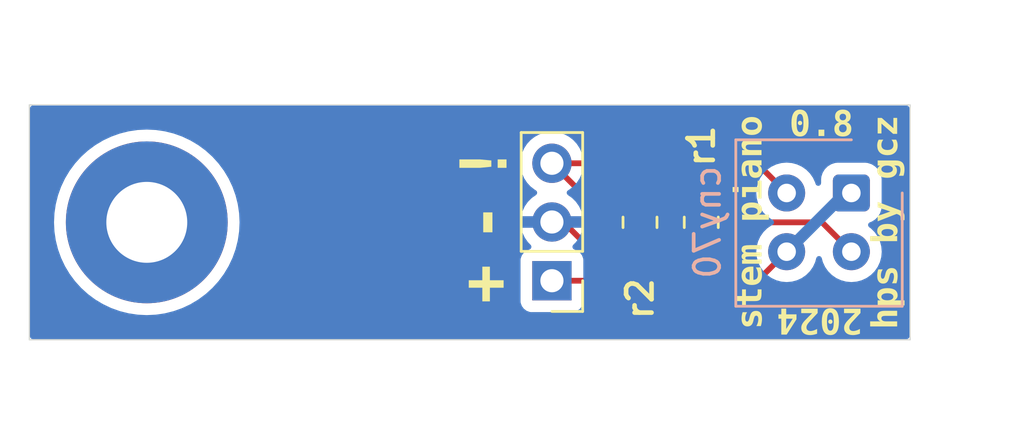
<source format=kicad_pcb>
(kicad_pcb (version 20221018) (generator pcbnew)
  (layers (0 "F.Cu" signal) (31 "B.Cu" signal) (34 "B.Paste" user) (35 "F.Paste" user) (36 "B.SilkS" user "B.Silkscreen") (37 "F.SilkS" user "F.Silkscreen") (38 "B.Mask" user) (39 "F.Mask" user) (44 "Edge.Cuts" user))
  (net 0 "")
  (net 1 "GND")
  (net 2 "Net-(J0-Pin_1)")
  (net 3 "Net-(J0-Pin_3)")
  (net 4 "Net-(U1-K)")
  (footprint "Connector_PinHeader_2.54mm:PinHeader_1x03_P2.54mm_Vertical" (layer "F.Cu") (at 122.936 100.315 180)
    (fp_text reference "J0" hide)
    (fp_text value "Conn_01x03_Pin")
    (fp_line (start -1.33 -1.33) (end 0 -1.33) (stroke (width 0.12)) (layer "F.SilkS"))
    (fp_line (start -1.33 0) (end -1.33 -1.33) (stroke (width 0.12)) (layer "F.SilkS"))
    (fp_line (start -1.33 1.27) (end -1.33 6.41) (stroke (width 0.12)) (layer "F.SilkS"))
    (fp_line (start -1.33 1.27) (end 1.33 1.27) (stroke (width 0.12)) (layer "F.SilkS"))
    (fp_line (start -1.33 6.41) (end 1.33 6.41) (stroke (width 0.12)) (layer "F.SilkS"))
    (fp_line (start 1.33 1.27) (end 1.33 6.41) (stroke (width 0.12)) (layer "F.SilkS"))
    (pad "1" thru_hole rect (at 0 0 180) (size 1.7 1.7) (drill 1) (layers "*.Cu" "*.Mask") (net 2 "Net-(J0-Pin_1)"))
    (pad "2" thru_hole oval (at 0 2.54 180) (size 1.7 1.7) (drill 1) (layers "*.Cu" "*.Mask") (net 1 "GND"))
    (pad "3" thru_hole oval (at 0 5.08 180) (size 1.7 1.7) (drill 1) (layers "*.Cu" "*.Mask") (net 3 "Net-(J0-Pin_3)"))
  )
  (footprint "MountingHole:MountingHole_3.5mm_Pad_TopBottom" (layer "F.Cu") (at 105.41 97.79)
    (fp_text reference "H0" hide)
    (fp_text value "MountingHole" hide)
    (pad "1" thru_hole circle (at 0 0) (size 3.9 3.9) (drill 3.5) (layers "*.Cu" "*.Mask"))
    (pad "1" connect circle (at 0 0) (size 7 7) (layers "F.Cu" "F.Mask"))
    (pad "1" connect circle (at 0 0) (size 7 7) (layers "B.Cu" "B.Mask"))
  )
  (footprint "stem_piano_footprints:R_0805_2012_1.20x1.40mm_medpad" (layer "F.Cu") (at 126.746 97.79 -90)
    (fp_text reference "r2" (at 3.302 0 90) (layer "F.SilkS") (effects (font (size 1.1 1.1) (thickness 0.2) bold)))
    (fp_text value "Resistor" hide)
    (fp_line (start -0.227064 -0.735) (end 0.227064 -0.735) (stroke (width 0.12)) (layer "F.SilkS"))
    (fp_line (start -0.227064 0.735) (end 0.227064 0.735) (stroke (width 0.12)) (layer "F.SilkS"))
    (pad "1" smd roundrect (at -1.2 0 270) (size 1.5 1.35) (layers "F.Cu" "F.Paste" "F.Mask") (roundrect_rratio 0.208) (net 3 "Net-(J0-Pin_3)"))
    (pad "2" smd roundrect (at 1.2 0 270) (size 1.5 1.35) (layers "F.Cu" "F.Paste" "F.Mask") (roundrect_rratio 0.208) (net 1 "GND"))
  )
  (footprint "stem_piano_footprints:R_0805_2012_1.20x1.40mm_medpad" (layer "F.Cu") (at 129.396 97.79 -90)
    (fp_text reference "r1" (at -3.302 0 90) (layer "F.SilkS") (effects (font (size 1.1 1.1) (thickness 0.2) bold)))
    (fp_text value "Resistor" hide)
    (fp_line (start -0.227064 -0.735) (end 0.227064 -0.735) (stroke (width 0.12)) (layer "F.SilkS"))
    (fp_line (start -0.227064 0.735) (end 0.227064 0.735) (stroke (width 0.12)) (layer "F.SilkS"))
    (pad "1" smd roundrect (at -1.2 0 270) (size 1.5 1.35) (layers "F.Cu" "F.Paste" "F.Mask") (roundrect_rratio 0.208) (net 4 "Net-(U1-K)"))
    (pad "2" smd roundrect (at 1.2 0 270) (size 1.5 1.35) (layers "F.Cu" "F.Paste" "F.Mask") (roundrect_rratio 0.208) (net 1 "GND"))
  )
  (footprint "OptoDevice:Vishay_CNY70" (layer "B.Cu") (at 135.89 96.52 180)
    (fp_text reference "U1" hide)
    (fp_text value "cny70" (at 6.223 -1.27 270) (layer "B.SilkS") (effects (font (size 1.1 1.1) (thickness 0.16) bold) (justify mirror)))
    (fp_line (start -2.2 -4.9) (end 5 -4.9) (stroke (width 0.12)) (layer "B.SilkS"))
    (fp_line (start -2.2 0) (end -2.2 -4.9) (stroke (width 0.12)) (layer "B.SilkS"))
    (fp_line (start 5 -4.9) (end 5 2.3) (stroke (width 0.12)) (layer "B.SilkS"))
    (fp_line (start 5 2.3) (end 0 2.3) (stroke (width 0.12)) (layer "B.SilkS"))
    (pad "1" thru_hole roundrect locked (at 0 0 180) (size 1.6 1.6) (drill 0.8) (layers "*.Cu" "*.Mask") (roundrect_rratio 0.156) (net 2 "Net-(J0-Pin_1)"))
    (pad "2" thru_hole circle locked (at 0 -2.54 180) (size 1.6 1.6) (drill 0.8) (layers "*.Cu" "*.Mask") (net 4 "Net-(U1-K)"))
    (pad "3" thru_hole circle locked (at 2.8 -2.54 180) (size 1.6 1.6) (drill 0.8) (layers "*.Cu" "*.Mask") (net 2 "Net-(J0-Pin_1)"))
    (pad "4" thru_hole circle locked (at 2.8 0 180) (size 1.6 1.6) (drill 0.8) (layers "*.Cu" "*.Mask") (net 3 "Net-(J0-Pin_3)"))
  )
  (gr_line (start 100.33 102.87) (end 138.43 102.87) (stroke (width 0.05)) (layer "Edge.Cuts"))
  (gr_line (start 138.43 92.71) (end 100.33 92.71) (stroke (width 0.05)) (layer "Edge.Cuts"))
  (gr_line (start 100.33 92.71) (end 100.33 102.87) (stroke (width 0.05)) (layer "Edge.Cuts"))
  (gr_line (start 138.43 92.71) (end 138.43 102.87) (stroke (width 0.05)) (layer "Edge.Cuts"))
  (gr_text "0.8" (at 134.5946 93.599) (layer "F.SilkS") (effects (font (size 1.1 1.1) (thickness 0.2) bold)))
  (gr_text "-" (at 120.142 97.79 90) (layer "F.SilkS") (effects (font (size 2 2) (thickness 0.4) bold)))
  (gr_text "!" (at 120.142 95.25 90) (layer "F.SilkS") (effects (font (size 2 2) (thickness 0.4) bold)))
  (gr_text "stem piano" (at 131.5466 97.79 90) (layer "F.SilkS") (effects (font (size 1.1 1.1) (thickness 0.2) bold)))
  (gr_text "2024" (at 134.5184 101.981 180) (layer "F.SilkS") (effects (font (size 1.1 1.1) (thickness 0.2) bold)))
  (gr_text "hps by gcz" (at 137.414 97.79 90) (layer "F.SilkS") (effects (font (size 1.1 1.1) (thickness 0.2) bold)))
  (gr_text "+" (at 120.142 100.457 90) (layer "F.SilkS") (effects (font (size 2 2) (thickness 0.4) bold)))
  (segment (start 129.396 98.99) (end 126.746 98.99) (width 0.25) (layer "F.Cu") (net 1))
  (segment (start 123.429 97.775) (end 122.936 97.775) (width 0.25) (layer "F.Cu") (net 1))
  (segment (start 124.644 98.99) (end 126.746 98.99) (width 0.25) (layer "F.Cu") (net 1))
  (segment (start 124.644 98.99) (end 123.429 97.775) (width 0.25) (layer "F.Cu") (net 1))
  (segment (start 133.09 99.06) (end 130.55 101.6) (width 0.25) (layer "F.Cu") (net 2))
  (segment (start 124.953 100.315) (end 122.936 100.315) (width 0.25) (layer "F.Cu") (net 2))
  (segment (start 126.238 101.6) (end 124.953 100.315) (width 0.25) (layer "F.Cu") (net 2))
  (segment (start 130.55 101.6) (end 126.238 101.6) (width 0.25) (layer "F.Cu") (net 2))
  (segment (start 135.89 96.52) (end 135.63 96.52) (width 0.25) (layer "B.Cu") (net 2))
  (segment (start 135.63 96.52) (end 133.09 99.06) (width 0.5) (layer "B.Cu") (net 2))
  (segment (start 124.475 96.774) (end 122.936 95.235) (width 0.25) (layer "F.Cu") (net 3))
  (segment (start 126.562 96.774) (end 126.746 96.59) (width 0.25) (layer "F.Cu") (net 3))
  (segment (start 124.983 95.235) (end 126.238 93.98) (width 0.25) (layer "F.Cu") (net 3))
  (segment (start 130.55 93.98) (end 133.09 96.52) (width 0.25) (layer "F.Cu") (net 3))
  (segment (start 122.936 95.235) (end 124.983 95.235) (width 0.25) (layer "F.Cu") (net 3))
  (segment (start 126.238 93.98) (end 130.55 93.98) (width 0.25) (layer "F.Cu") (net 3))
  (segment (start 124.475 96.774) (end 126.562 96.774) (width 0.25) (layer "F.Cu") (net 3))
  (segment (start 129.396 96.63) (end 129.396 96.59) (width 0.25) (layer "F.Cu") (net 4))
  (segment (start 134.62 97.79) (end 130.556 97.79) (width 0.25) (layer "F.Cu") (net 4))
  (segment (start 130.556 97.79) (end 129.396 96.63) (width 0.25) (layer "F.Cu") (net 4))
  (segment (start 135.89 99.06) (end 134.62 97.79) (width 0.25) (layer "F.Cu") (net 4))
  (zone (net 1) (net_name "GND") (layer "B.Cu") (connect_pads (clearance 0.508)) (min_thickness 0.25) (fill yes (thermal_gap 0.5) (thermal_bridge_width 0.5))
    (polygon (pts (xy 99.06 91.44) (xy 139.7 91.44) (xy 139.7 104.14) (xy 99.06 104.14)))
  )
)
</source>
